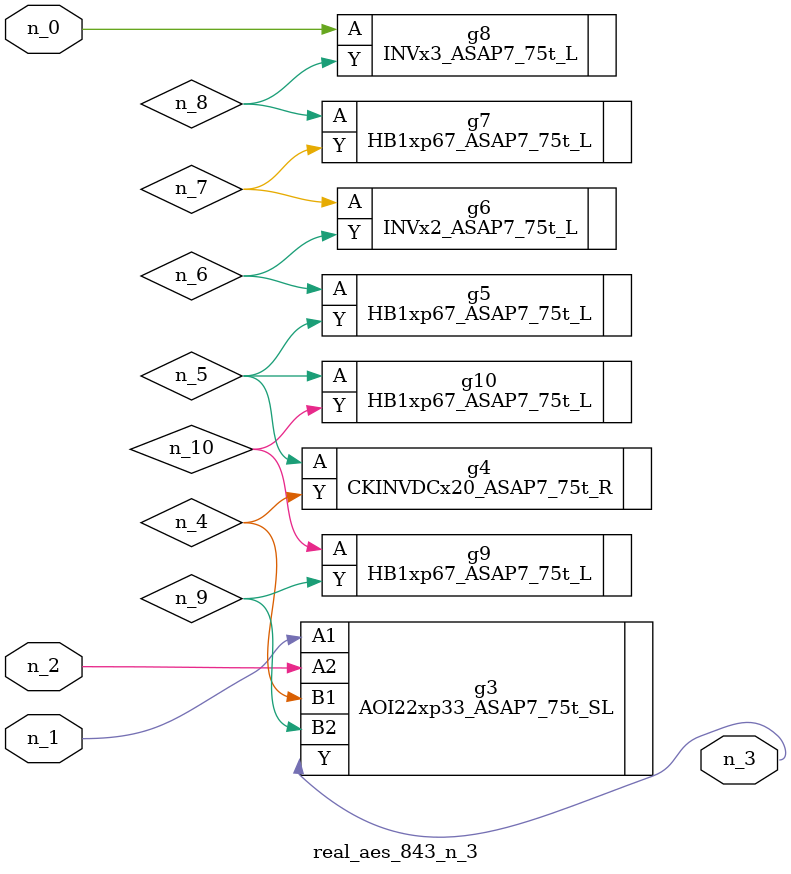
<source format=v>
module real_aes_843_n_3 (n_0, n_2, n_1, n_3);
input n_0;
input n_2;
input n_1;
output n_3;
wire n_4;
wire n_5;
wire n_7;
wire n_9;
wire n_6;
wire n_8;
wire n_10;
INVx3_ASAP7_75t_L g8 ( .A(n_0), .Y(n_8) );
AOI22xp33_ASAP7_75t_SL g3 ( .A1(n_1), .A2(n_2), .B1(n_4), .B2(n_9), .Y(n_3) );
CKINVDCx20_ASAP7_75t_R g4 ( .A(n_5), .Y(n_4) );
HB1xp67_ASAP7_75t_L g10 ( .A(n_5), .Y(n_10) );
HB1xp67_ASAP7_75t_L g5 ( .A(n_6), .Y(n_5) );
INVx2_ASAP7_75t_L g6 ( .A(n_7), .Y(n_6) );
HB1xp67_ASAP7_75t_L g7 ( .A(n_8), .Y(n_7) );
HB1xp67_ASAP7_75t_L g9 ( .A(n_10), .Y(n_9) );
endmodule
</source>
